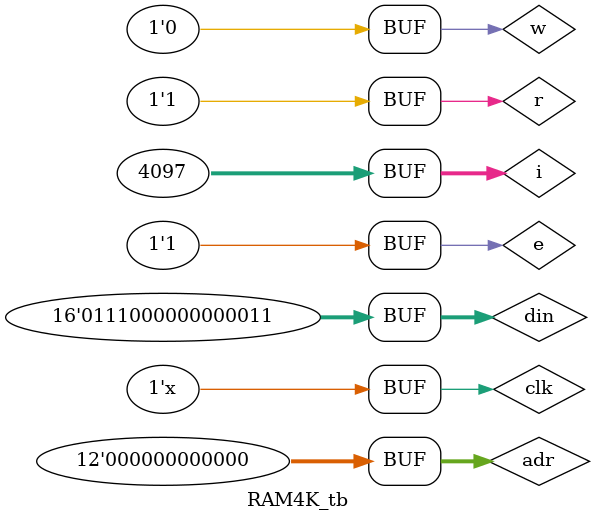
<source format=v>
module RAM4K_tb ;

    wire [15:0] dout ;
    reg [15:0] din ;
    reg e,clk,w,r ;
    reg [11:0] adr ;
    integer i ;

    initial 
        begin 
            e = 1'b1 ;
            clk = 1'b1 ;
        end

    always 
        begin 
            clk = ~clk ; #3 ;
        end

    always 
        begin
            for(i=0;i<4097;i=i+1)
                begin
                    din = 7*i ; adr = i ; w =1'b1 ; r = 1'b0 ; #10 ;
                end
            din = din+3 ;
            for(i=0;i<4097;i=i+1)
                begin
                    adr = 4*i ; w =1'b0 ; r = 1'b1 ; #10 ;
                end

        end


RAM4K ra(e,din,clk,adr,w,r,dout) ;

endmodule

</source>
